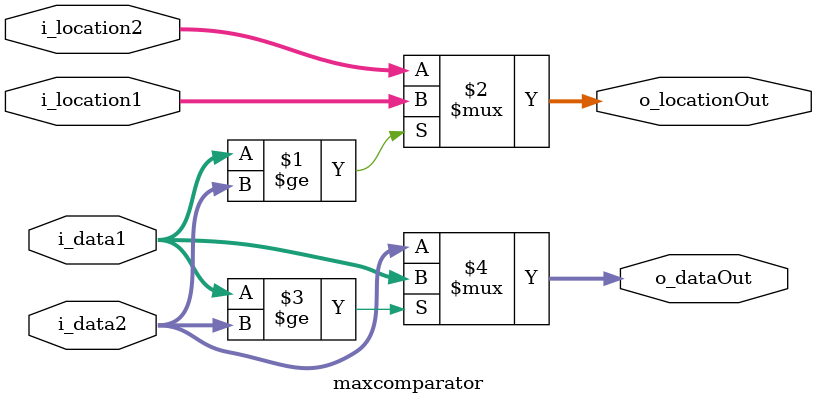
<source format=v>
`timescale 1ns / 1ps

/*
    Inputs: 
              [7:0]i_data1,i_data2: input 2 registers data 
              [5:0]i_location1,i_location2: input 2 locations of corresponding data
    Outputs:
              [7:0]o_dataOut: output maximum value
              [5:0]o_locationOut: output maximum location
               
*/
module maxcomparator(
    input [7:0] i_data1,
    input [7:0] i_data2,
    input [5:0] i_location1,
    input [5:0] i_location2,
    output [7:0] o_dataOut,
    output [5:0] o_locationOut
    );
    assign o_locationOut = i_data1>=i_data2? i_location1:i_location2 ;
    assign o_dataOut = i_data1>=i_data2? i_data1:i_data2;
endmodule

</source>
